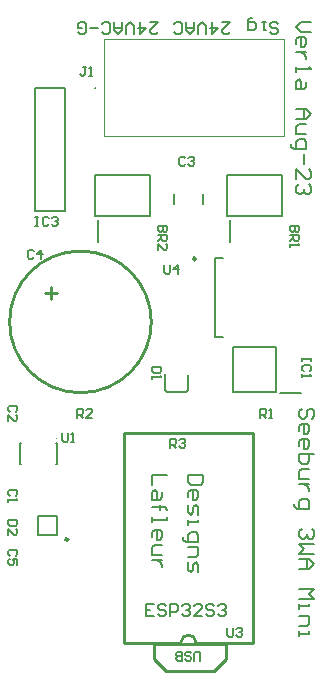
<source format=gto>
G04*
G04 #@! TF.GenerationSoftware,Altium Limited,Altium Designer,19.1.8 (144)*
G04*
G04 Layer_Color=65535*
%FSLAX44Y44*%
%MOMM*%
G71*
G01*
G75*
%ADD10C,0.2000*%
%ADD11C,0.2500*%
%ADD12C,0.2540*%
%ADD13C,0.1000*%
%ADD14C,0.2032*%
%ADD15C,0.1270*%
D10*
X78760Y472440D02*
G03*
X78760Y472440I-500J0D01*
G01*
X180020Y261140D02*
X186520D01*
X180020D02*
Y328140D01*
X186520D01*
X192610Y341500D02*
Y360000D01*
X189860Y363500D02*
X236860D01*
Y398500D01*
X189860D02*
X236860D01*
X189860Y363500D02*
Y398500D01*
X45900Y93350D02*
Y109850D01*
X30300D02*
X45900D01*
X30300Y93350D02*
Y109850D01*
Y93350D02*
X45900D01*
X14980Y153560D02*
Y171560D01*
X45980Y153560D02*
Y171560D01*
X45480Y153560D02*
X45980D01*
X45480Y171560D02*
X45980D01*
X14980Y153560D02*
X15480D01*
X14980Y171560D02*
X15480D01*
X194860Y214430D02*
X231860D01*
X194860D02*
Y252930D01*
X231860D01*
Y214430D02*
Y252930D01*
X235360Y214230D02*
X253110D01*
X80850Y341500D02*
Y360000D01*
X78100Y363500D02*
X125100D01*
Y398500D01*
X78100D02*
X125100D01*
X78100Y363500D02*
Y398500D01*
X169480Y374060D02*
Y382060D01*
X145480Y374060D02*
Y382060D01*
X138938Y214630D02*
X155702D01*
X157176Y216104D01*
Y229512D01*
X137414Y216154D02*
X138938Y214630D01*
X137414Y216154D02*
Y229662D01*
X27940Y472440D02*
X53340D01*
X27940Y368300D02*
X53340D01*
X27940D02*
Y472440D01*
X53340Y368300D02*
Y472440D01*
D11*
X163770Y327440D02*
G03*
X163770Y327440I-1250J0D01*
G01*
X55700Y90000D02*
G03*
X55700Y90000I-1250J0D01*
G01*
D12*
X163830Y2540D02*
G03*
X151130Y2540I-6350J0D01*
G01*
X126040Y274066D02*
G03*
X126040Y274066I-60000J0D01*
G01*
X128270Y1270D02*
X189230D01*
X128270Y-11430D02*
X138430Y-21590D01*
X128270Y-11430D02*
Y1270D01*
X189230Y-11430D02*
Y1270D01*
X179070Y-21590D02*
X189230Y-11430D01*
X138430Y-21590D02*
X179070D01*
X212090Y2540D02*
Y180340D01*
X102870D02*
X212090D01*
X102870Y2540D02*
Y180340D01*
Y2540D02*
X151130D01*
X163830D02*
X212090D01*
X36068Y298197D02*
X46228D01*
X41402Y293116D02*
Y303276D01*
D13*
X46230Y175560D02*
G03*
X46230Y175560I-500J0D01*
G01*
X86360Y431690D02*
Y513190D01*
Y431690D02*
X238760D01*
Y513190D01*
X86360D02*
X238760D01*
D14*
X139696Y144780D02*
X127000D01*
Y136316D01*
X135464Y129968D02*
Y125736D01*
X133348Y123620D01*
X127000D01*
Y129968D01*
X129116Y132084D01*
X131232Y129968D01*
Y123620D01*
X127000Y117272D02*
X137580D01*
X133348D01*
Y119388D01*
Y115156D01*
Y117272D01*
X137580D01*
X139696Y115156D01*
X127000Y108808D02*
Y104576D01*
Y106692D01*
X139696D01*
Y108808D01*
X127000Y91881D02*
Y96112D01*
X129116Y98228D01*
X133348D01*
X135464Y96112D01*
Y91881D01*
X133348Y89764D01*
X131232D01*
Y98228D01*
X135464Y85533D02*
X129116D01*
X127000Y83417D01*
Y77069D01*
X135464D01*
Y72837D02*
X127000D01*
X131232D01*
X133348Y70721D01*
X135464Y68605D01*
Y66489D01*
X262040Y192196D02*
X264156Y194312D01*
Y198544D01*
X262040Y200660D01*
X259924D01*
X257808Y198544D01*
Y194312D01*
X255692Y192196D01*
X253576D01*
X251460Y194312D01*
Y198544D01*
X253576Y200660D01*
X251460Y181616D02*
Y185848D01*
X253576Y187964D01*
X257808D01*
X259924Y185848D01*
Y181616D01*
X257808Y179500D01*
X255692D01*
Y187964D01*
X251460Y168920D02*
Y173152D01*
X253576Y175268D01*
X257808D01*
X259924Y173152D01*
Y168920D01*
X257808Y166804D01*
X255692D01*
Y175268D01*
X264156Y162572D02*
X251460D01*
Y156224D01*
X253576Y154108D01*
X255692D01*
X257808D01*
X259924Y156224D01*
Y162572D01*
Y149876D02*
X253576D01*
X251460Y147760D01*
Y141412D01*
X259924D01*
Y137181D02*
X251460D01*
X255692D01*
X257808Y135065D01*
X259924Y132949D01*
Y130833D01*
X247228Y120253D02*
Y118137D01*
X249344Y116021D01*
X259924D01*
Y122369D01*
X257808Y124485D01*
X253576D01*
X251460Y122369D01*
Y116021D01*
X262040Y99093D02*
X264156Y96977D01*
Y92745D01*
X262040Y90629D01*
X259924D01*
X257808Y92745D01*
Y94861D01*
Y92745D01*
X255692Y90629D01*
X253576D01*
X251460Y92745D01*
Y96977D01*
X253576Y99093D01*
X264156Y86397D02*
X251460D01*
X255692Y82165D01*
X251460Y77933D01*
X264156D01*
X251460Y73701D02*
X259924D01*
X264156Y69469D01*
X259924Y65237D01*
X251460D01*
X257808D01*
Y73701D01*
X251460Y48309D02*
X264156D01*
X259924Y44077D01*
X264156Y39845D01*
X251460D01*
Y35614D02*
Y31381D01*
Y33498D01*
X259924D01*
Y35614D01*
X251460Y25034D02*
X259924D01*
Y18686D01*
X257808Y16570D01*
X251460D01*
Y12338D02*
Y8106D01*
Y10222D01*
X259924D01*
Y12338D01*
X128691Y35557D02*
X121920D01*
Y25400D01*
X128691D01*
X121920Y30478D02*
X125306D01*
X138848Y33864D02*
X137155Y35557D01*
X133770D01*
X132077Y33864D01*
Y32171D01*
X133770Y30478D01*
X137155D01*
X138848Y28786D01*
Y27093D01*
X137155Y25400D01*
X133770D01*
X132077Y27093D01*
X142233Y25400D02*
Y35557D01*
X147312D01*
X149005Y33864D01*
Y30478D01*
X147312Y28786D01*
X142233D01*
X152390Y33864D02*
X154083Y35557D01*
X157469D01*
X159161Y33864D01*
Y32171D01*
X157469Y30478D01*
X155776D01*
X157469D01*
X159161Y28786D01*
Y27093D01*
X157469Y25400D01*
X154083D01*
X152390Y27093D01*
X169318Y25400D02*
X162547D01*
X169318Y32171D01*
Y33864D01*
X167625Y35557D01*
X164240D01*
X162547Y33864D01*
X179475D02*
X177782Y35557D01*
X174396D01*
X172704Y33864D01*
Y32171D01*
X174396Y30478D01*
X177782D01*
X179475Y28786D01*
Y27093D01*
X177782Y25400D01*
X174396D01*
X172704Y27093D01*
X182860Y33864D02*
X184553Y35557D01*
X187939D01*
X189632Y33864D01*
Y32171D01*
X187939Y30478D01*
X186246D01*
X187939D01*
X189632Y28786D01*
Y27093D01*
X187939Y25400D01*
X184553D01*
X182860Y27093D01*
X226909Y519856D02*
X228602Y518163D01*
X231987D01*
X233680Y519856D01*
Y521549D01*
X231987Y523242D01*
X228602D01*
X226909Y524934D01*
Y526627D01*
X228602Y528320D01*
X231987D01*
X233680Y526627D01*
X223523Y528320D02*
X220138D01*
X221831D01*
Y521549D01*
X223523D01*
X211674Y531706D02*
X209981D01*
X208288Y530013D01*
Y521549D01*
X213367D01*
X215059Y523242D01*
Y526627D01*
X213367Y528320D01*
X208288D01*
X186269D02*
X193040D01*
X186269Y521549D01*
Y519856D01*
X187962Y518163D01*
X191347D01*
X193040Y519856D01*
X177805Y528320D02*
Y518163D01*
X182883Y523242D01*
X176112D01*
X172727Y518163D02*
Y524934D01*
X169341Y528320D01*
X165955Y524934D01*
Y518163D01*
X162570Y528320D02*
Y521549D01*
X159184Y518163D01*
X155799Y521549D01*
Y528320D01*
Y523242D01*
X162570D01*
X145642Y519856D02*
X147335Y518163D01*
X150720D01*
X152413Y519856D01*
Y526627D01*
X150720Y528320D01*
X147335D01*
X145642Y526627D01*
X125309Y528320D02*
X132080D01*
X125309Y521549D01*
Y519856D01*
X127002Y518163D01*
X130387D01*
X132080Y519856D01*
X116845Y528320D02*
Y518163D01*
X121923Y523242D01*
X115152D01*
X111767Y518163D02*
Y524934D01*
X108381Y528320D01*
X104995Y524934D01*
Y518163D01*
X101610Y528320D02*
Y521549D01*
X98224Y518163D01*
X94839Y521549D01*
Y528320D01*
Y523242D01*
X101610D01*
X84682Y519856D02*
X86375Y518163D01*
X89760D01*
X91453Y519856D01*
Y526627D01*
X89760Y528320D01*
X86375D01*
X84682Y526627D01*
X81296Y523242D02*
X74525D01*
X64369Y519856D02*
X66061Y518163D01*
X69447D01*
X71140Y519856D01*
Y526627D01*
X69447Y528320D01*
X66061D01*
X64369Y526627D01*
Y523242D01*
X67754D01*
X261616Y528320D02*
X253152D01*
X248920Y524088D01*
X253152Y519856D01*
X261616D01*
X248920Y509276D02*
Y513508D01*
X251036Y515624D01*
X255268D01*
X257384Y513508D01*
Y509276D01*
X255268Y507160D01*
X253152D01*
Y515624D01*
X257384Y502928D02*
X248920D01*
X253152D01*
X255268Y500812D01*
X257384Y498696D01*
Y496580D01*
X248920Y490232D02*
Y486000D01*
Y488116D01*
X261616D01*
X259500Y490232D01*
X257384Y477537D02*
Y473304D01*
X255268Y471189D01*
X248920D01*
Y477537D01*
X251036Y479652D01*
X253152Y477537D01*
Y471189D01*
X248920Y454261D02*
X257384D01*
X261616Y450029D01*
X257384Y445797D01*
X248920D01*
X255268D01*
Y454261D01*
X257384Y441565D02*
X251036D01*
X248920Y439449D01*
Y433101D01*
X257384D01*
X244688Y424637D02*
Y422521D01*
X246804Y420405D01*
X257384D01*
Y426753D01*
X255268Y428869D01*
X251036D01*
X248920Y426753D01*
Y420405D01*
X255268Y416173D02*
Y407709D01*
X248920Y395013D02*
Y403477D01*
X257384Y395013D01*
X259500D01*
X261616Y397129D01*
Y401361D01*
X259500Y403477D01*
Y390781D02*
X261616Y388665D01*
Y384433D01*
X259500Y382317D01*
X257384D01*
X255268Y384433D01*
Y386549D01*
Y384433D01*
X253152Y382317D01*
X251036D01*
X248920Y384433D01*
Y388665D01*
X251036Y390781D01*
X170176Y144780D02*
X157480D01*
Y138432D01*
X159596Y136316D01*
X168060D01*
X170176Y138432D01*
Y144780D01*
X157480Y125736D02*
Y129968D01*
X159596Y132084D01*
X163828D01*
X165944Y129968D01*
Y125736D01*
X163828Y123620D01*
X161712D01*
Y132084D01*
X157480Y119388D02*
Y113040D01*
X159596Y110924D01*
X161712Y113040D01*
Y117272D01*
X163828Y119388D01*
X165944Y117272D01*
Y110924D01*
X157480Y106692D02*
Y102460D01*
Y104576D01*
X165944D01*
Y106692D01*
X153248Y91881D02*
Y89764D01*
X155364Y87648D01*
X165944D01*
Y93996D01*
X163828Y96112D01*
X159596D01*
X157480Y93996D01*
Y87648D01*
Y83417D02*
X165944D01*
Y77069D01*
X163828Y74953D01*
X157480D01*
Y70721D02*
Y64373D01*
X159596Y62257D01*
X161712Y64373D01*
Y68605D01*
X163828Y70721D01*
X165944Y68605D01*
Y62257D01*
D15*
X71118Y490218D02*
X68579D01*
X69849D01*
Y483870D01*
X68579Y482600D01*
X67310D01*
X66040Y483870D01*
X73657Y482600D02*
X76197D01*
X74927D01*
Y490218D01*
X73657Y488948D01*
X137160Y322578D02*
Y316230D01*
X138430Y314960D01*
X140969D01*
X142238Y316230D01*
Y322578D01*
X148586Y314960D02*
Y322578D01*
X144777Y318769D01*
X149856D01*
X251458Y355600D02*
X243840D01*
Y351791D01*
X245110Y350522D01*
X246379D01*
X247649Y351791D01*
Y355600D01*
Y351791D01*
X248918Y350522D01*
X250188D01*
X251458Y351791D01*
Y355600D01*
X243840Y347982D02*
X251458D01*
Y344174D01*
X250188Y342904D01*
X247649D01*
X246379Y344174D01*
Y347982D01*
Y345443D02*
X243840Y342904D01*
Y340365D02*
Y337826D01*
Y339095D01*
X251458D01*
X250188Y340365D01*
X142240Y167640D02*
Y175257D01*
X146049D01*
X147318Y173988D01*
Y171449D01*
X146049Y170179D01*
X142240D01*
X144779D02*
X147318Y167640D01*
X149858Y173988D02*
X151127Y175257D01*
X153666D01*
X154936Y173988D01*
Y172718D01*
X153666Y171449D01*
X152397D01*
X153666D01*
X154936Y170179D01*
Y168910D01*
X153666Y167640D01*
X151127D01*
X149858Y168910D01*
X218440Y193040D02*
Y200658D01*
X222249D01*
X223518Y199388D01*
Y196849D01*
X222249Y195579D01*
X218440D01*
X220979D02*
X223518Y193040D01*
X226057D02*
X228597D01*
X227327D01*
Y200658D01*
X226057Y199388D01*
X190500Y15237D02*
Y8890D01*
X191770Y7620D01*
X194309D01*
X195578Y8890D01*
Y15237D01*
X198118Y13968D02*
X199387Y15237D01*
X201926D01*
X203196Y13968D01*
Y12698D01*
X201926Y11429D01*
X200657D01*
X201926D01*
X203196Y10159D01*
Y8890D01*
X201926Y7620D01*
X199387D01*
X198118Y8890D01*
X167640Y-12697D02*
Y-6350D01*
X166370Y-5080D01*
X163831D01*
X162562Y-6350D01*
Y-12697D01*
X154944Y-11428D02*
X156214Y-12697D01*
X158753D01*
X160023Y-11428D01*
Y-10158D01*
X158753Y-8889D01*
X156214D01*
X154944Y-7619D01*
Y-6350D01*
X156214Y-5080D01*
X158753D01*
X160023Y-6350D01*
X152405Y-12697D02*
Y-5080D01*
X148596D01*
X147327Y-6350D01*
Y-7619D01*
X148596Y-8889D01*
X152405D01*
X148596D01*
X147327Y-10158D01*
Y-11428D01*
X148596Y-12697D01*
X152405D01*
X12697Y106680D02*
X5080D01*
Y102871D01*
X6350Y101602D01*
X11428D01*
X12697Y102871D01*
Y106680D01*
X5080Y93984D02*
Y99062D01*
X10158Y93984D01*
X11428D01*
X12697Y95254D01*
Y97793D01*
X11428Y99062D01*
X50800Y180338D02*
Y173990D01*
X52070Y172720D01*
X54609D01*
X55878Y173990D01*
Y180338D01*
X58418Y172720D02*
X60957D01*
X59687D01*
Y180338D01*
X58418Y179068D01*
X139698Y355600D02*
X132080D01*
Y351791D01*
X133350Y350522D01*
X134619D01*
X135889Y351791D01*
Y355600D01*
Y351791D01*
X137158Y350522D01*
X138428D01*
X139698Y351791D01*
Y355600D01*
X132080Y347982D02*
X139698D01*
Y344174D01*
X138428Y342904D01*
X135889D01*
X134619Y344174D01*
Y347982D01*
Y345443D02*
X132080Y342904D01*
Y335287D02*
Y340365D01*
X137158Y335287D01*
X138428D01*
X139698Y336556D01*
Y339095D01*
X138428Y340365D01*
X154938Y412748D02*
X153669Y414017D01*
X151130D01*
X149860Y412748D01*
Y407670D01*
X151130Y406400D01*
X153669D01*
X154938Y407670D01*
X157478Y412748D02*
X158747Y414017D01*
X161286D01*
X162556Y412748D01*
Y411478D01*
X161286Y410209D01*
X160017D01*
X161286D01*
X162556Y408939D01*
Y407670D01*
X161286Y406400D01*
X158747D01*
X157478Y407670D01*
X11428Y76202D02*
X12697Y77471D01*
Y80010D01*
X11428Y81280D01*
X6350D01*
X5080Y80010D01*
Y77471D01*
X6350Y76202D01*
X12697Y68584D02*
Y73663D01*
X8889D01*
X10158Y71123D01*
Y69854D01*
X8889Y68584D01*
X6350D01*
X5080Y69854D01*
Y72393D01*
X6350Y73663D01*
X134618Y236220D02*
X127000D01*
Y232411D01*
X128270Y231142D01*
X133348D01*
X134618Y232411D01*
Y236220D01*
X127000Y228603D02*
Y226063D01*
Y227333D01*
X134618D01*
X133348Y228603D01*
X261618Y243840D02*
Y241301D01*
Y242570D01*
X254000D01*
Y243840D01*
Y241301D01*
X260348Y232414D02*
X261618Y233683D01*
Y236222D01*
X260348Y237492D01*
X255270D01*
X254000Y236222D01*
Y233683D01*
X255270Y232414D01*
X254000Y229874D02*
Y227335D01*
Y228605D01*
X261618D01*
X260348Y229874D01*
X27940Y363218D02*
X30479D01*
X29210D01*
Y355600D01*
X27940D01*
X30479D01*
X39366Y361948D02*
X38097Y363218D01*
X35557D01*
X34288Y361948D01*
Y356870D01*
X35557Y355600D01*
X38097D01*
X39366Y356870D01*
X41905Y361948D02*
X43175Y363218D01*
X45714D01*
X46984Y361948D01*
Y360678D01*
X45714Y359409D01*
X44445D01*
X45714D01*
X46984Y358139D01*
Y356870D01*
X45714Y355600D01*
X43175D01*
X41905Y356870D01*
X26670Y334009D02*
X25401Y335279D01*
X22862D01*
X21592Y334009D01*
Y328931D01*
X22862Y327661D01*
X25401D01*
X26670Y328931D01*
X33018Y327661D02*
Y335279D01*
X29210Y331470D01*
X34288D01*
X63500Y193040D02*
Y200658D01*
X67309D01*
X68578Y199388D01*
Y196849D01*
X67309Y195579D01*
X63500D01*
X66039D02*
X68578Y193040D01*
X76196D02*
X71118D01*
X76196Y198118D01*
Y199388D01*
X74926Y200658D01*
X72387D01*
X71118Y199388D01*
X11428Y198122D02*
X12697Y199391D01*
Y201930D01*
X11428Y203200D01*
X6350D01*
X5080Y201930D01*
Y199391D01*
X6350Y198122D01*
X5080Y190504D02*
Y195583D01*
X10158Y190504D01*
X11428D01*
X12697Y191774D01*
Y194313D01*
X11428Y195583D01*
Y127002D02*
X12697Y128271D01*
Y130810D01*
X11428Y132080D01*
X6350D01*
X5080Y130810D01*
Y128271D01*
X6350Y127002D01*
X5080Y124462D02*
Y121923D01*
Y123193D01*
X12697D01*
X11428Y124462D01*
M02*

</source>
